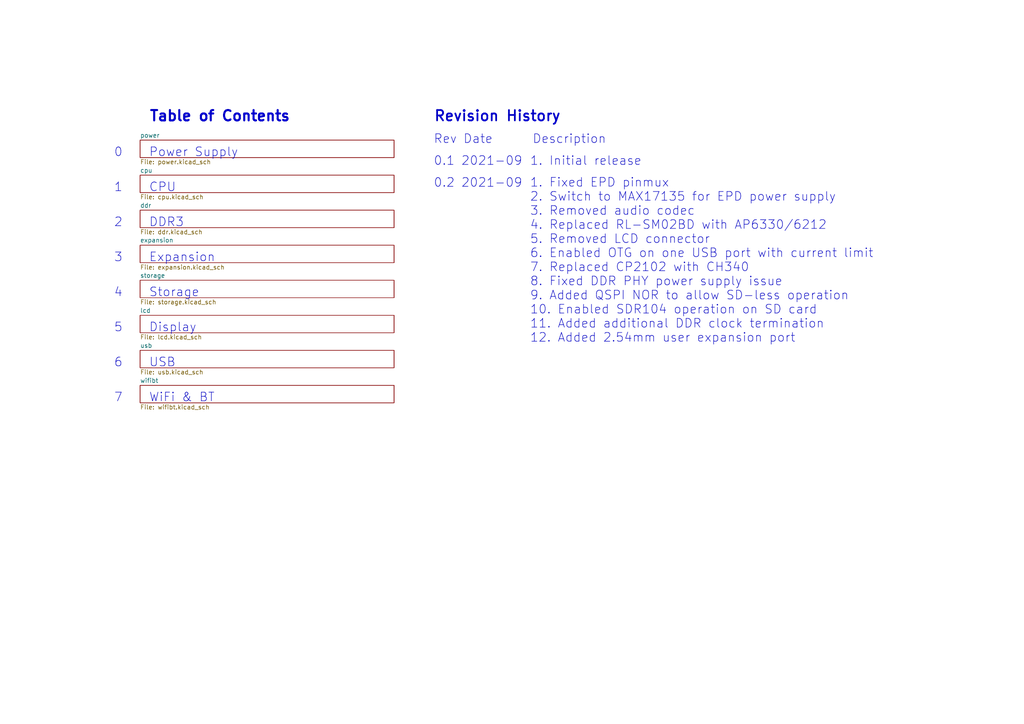
<source format=kicad_sch>
(kicad_sch (version 20211123) (generator eeschema)
  (paper "A4")
  (title_block (title "NekoInk Mainboard") (date "2021-09-28") (rev "R0.2") (company "Copyright 2021 Wenting Zhang") (comment 2 "MERCHANTABILITY, SATISFACTORY QUALITY AND FITNESS FOR A PARTICULAR PURPOSE.") (comment 3 "This source is distributed WITHOUT ANY EXPRESS OR IMPLIED WARRANTY, INCLUDING OF") (comment 4 "This source describes Open Hardware and is licensed under the CERN-OHL-P v2."))
  (lib_symbols)
  (text "1. Fixed EPD pinmux\n2. Switch to MAX17135 for EPD power supply\n3. Removed audio codec\n4. Replaced RL-SM02BD with AP6330/6212\n5. Removed LCD connector\n6. Enabled OTG on one USB port with current limit\n7. Replaced CP2102 with CH340\n8. Fixed DDR PHY power supply issue\n9. Added QSPI NOR to allow SD-less operation\n10. Enabled SDR104 operation on SD card\n11. Added additional DDR clock termination\n12. Added 2.54mm user expansion port" (at 153.67 99.5426 0) (effects (font (size 2.54 2.54)) (justify left bottom)))
  (text "3" (at 33.02 76.2 0) (effects (font (size 2.54 2.54)) (justify left bottom)))
  (text "Expansion" (at 43.18 76.2 0) (effects (font (size 2.54 2.54)) (justify left bottom)))
  (text "CPU" (at 43.18 55.88 0) (effects (font (size 2.54 2.54)) (justify left bottom)))
  (text "7" (at 33.02 116.84 0) (effects (font (size 2.54 2.54)) (justify left bottom)))
  (text "Power Supply" (at 43.18 45.72 0) (effects (font (size 2.54 2.54)) (justify left bottom)))
  (text "Table of Contents" (at 43.18 35.56 0) (effects (font (size 2.9972 2.9972) (thickness 0.5994) bold) (justify left bottom)))
  (text "USB" (at 43.18 106.68 0) (effects (font (size 2.54 2.54)) (justify left bottom)))
  (text "Rev Date      Description " (at 125.73 41.91 0) (effects (font (size 2.54 2.54)) (justify left bottom)))
  (text "1" (at 33.02 55.88 0) (effects (font (size 2.54 2.54)) (justify left bottom)))
  (text "WiFi & BT" (at 43.18 116.84 0) (effects (font (size 2.54 2.54)) (justify left bottom)))
  (text "6" (at 33.02 106.68 0) (effects (font (size 2.54 2.54)) (justify left bottom)))
  (text "Display" (at 43.18 96.52 0) (effects (font (size 2.54 2.54)) (justify left bottom)))
  (text "Storage" (at 43.18 86.36 0) (effects (font (size 2.54 2.54)) (justify left bottom)))
  (text "2" (at 33.02 66.04 0) (effects (font (size 2.54 2.54)) (justify left bottom)))
  (text "0" (at 33.02 45.72 0) (effects (font (size 2.54 2.54)) (justify left bottom)))
  (text "5" (at 33.02 96.52 0) (effects (font (size 2.54 2.54)) (justify left bottom)))
  (text "4" (at 33.02 86.36 0) (effects (font (size 2.54 2.54)) (justify left bottom)))
  (text "DDR3" (at 43.18 66.04 0) (effects (font (size 2.54 2.54)) (justify left bottom)))
  (text "Revision History" (at 125.73 35.56 0) (effects (font (size 2.9972 2.9972) (thickness 0.508) bold) (justify left bottom)))
  (text "0.1 2021-09" (at 125.73 48.26 0) (effects (font (size 2.54 2.54)) (justify left bottom)))
  (text "1. Initial release" (at 153.67 48.26 0) (effects (font (size 2.54 2.54)) (justify left bottom)))
  (text "0.2 2021-09" (at 125.73 54.61 0) (effects (font (size 2.54 2.54)) (justify left bottom)))
  (sheet (at 40.64 50.8) (size 73.66 5.08)
    (property "Sheet name" "cpu" (at 40.64 50.1645 0) (effects (justify left bottom)))
    (property "Sheet file" "cpu.kicad_sch" (at 40.64 56.3885 0) (effects (justify left top)))
  )
  (sheet (at 40.64 101.6) (size 73.66 5.08)
    (property "Sheet name" "usb" (at 40.64 100.9645 0) (effects (justify left bottom)))
    (property "Sheet file" "usb.kicad_sch" (at 40.64 107.1885 0) (effects (justify left top)))
  )
  (sheet (at 40.64 40.64) (size 73.66 5.08)
    (property "Sheet name" "power" (at 40.64 40.0045 0) (effects (justify left bottom)))
    (property "Sheet file" "power.kicad_sch" (at 40.64 46.2285 0) (effects (justify left top)))
  )
  (sheet (at 40.64 81.28) (size 73.66 5.08)
    (property "Sheet name" "storage" (at 40.64 80.6445 0) (effects (justify left bottom)))
    (property "Sheet file" "storage.kicad_sch" (at 40.64 86.8685 0) (effects (justify left top)))
  )
  (sheet (at 40.64 91.44) (size 73.66 5.08)
    (property "Sheet name" "lcd" (at 40.64 90.8045 0) (effects (justify left bottom)))
    (property "Sheet file" "lcd.kicad_sch" (at 40.64 97.0285 0) (effects (justify left top)))
  )
  (sheet (at 40.64 60.96) (size 73.66 5.08)
    (property "Sheet name" "ddr" (at 40.64 60.3245 0) (effects (justify left bottom)))
    (property "Sheet file" "ddr.kicad_sch" (at 40.64 66.5485 0) (effects (justify left top)))
  )
  (sheet (at 40.64 111.76) (size 73.66 5.08)
    (property "Sheet name" "wifibt" (at 40.64 111.1243 0) (effects (justify left bottom)))
    (property "Sheet file" "wifibt.kicad_sch" (at 40.64 117.3487 0) (effects (justify left top)))
  )
  (sheet (at 40.64 71.12) (size 73.66 5.08) (stroke (width 0.1524))
    (property "Sheet name" "expansion" (at 40.64 70.4084 0) (effects (justify left bottom)))
    (property "Sheet file" "expansion.kicad_sch" (at 40.64 76.7846 0) (effects (justify left top)))
  )
)
</source>
